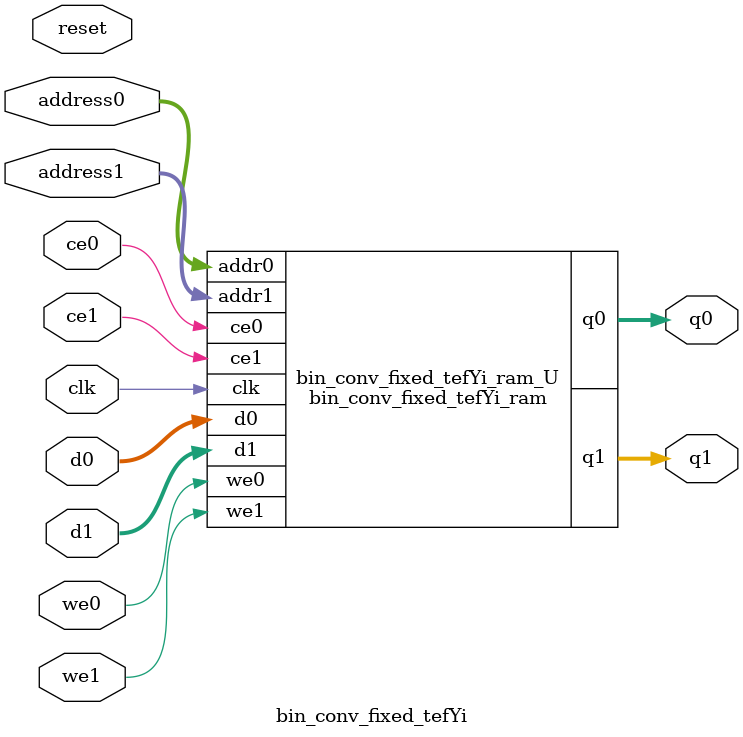
<source format=v>
`timescale 1 ns / 1 ps
module bin_conv_fixed_tefYi_ram (addr0, ce0, d0, we0, q0, addr1, ce1, d1, we1, q1,  clk);

parameter DWIDTH = 12;
parameter AWIDTH = 6;
parameter MEM_SIZE = 64;

input[AWIDTH-1:0] addr0;
input ce0;
input[DWIDTH-1:0] d0;
input we0;
output reg[DWIDTH-1:0] q0;
input[AWIDTH-1:0] addr1;
input ce1;
input[DWIDTH-1:0] d1;
input we1;
output reg[DWIDTH-1:0] q1;
input clk;

(* ram_style = "block" *)reg [DWIDTH-1:0] ram[0:MEM_SIZE-1];




always @(posedge clk)  
begin 
    if (ce0) 
    begin
        if (we0) 
        begin 
            ram[addr0] <= d0; 
        end 
        q0 <= ram[addr0];
    end
end


always @(posedge clk)  
begin 
    if (ce1) 
    begin
        if (we1) 
        begin 
            ram[addr1] <= d1; 
        end 
        q1 <= ram[addr1];
    end
end


endmodule

`timescale 1 ns / 1 ps
module bin_conv_fixed_tefYi(
    reset,
    clk,
    address0,
    ce0,
    we0,
    d0,
    q0,
    address1,
    ce1,
    we1,
    d1,
    q1);

parameter DataWidth = 32'd12;
parameter AddressRange = 32'd64;
parameter AddressWidth = 32'd6;
input reset;
input clk;
input[AddressWidth - 1:0] address0;
input ce0;
input we0;
input[DataWidth - 1:0] d0;
output[DataWidth - 1:0] q0;
input[AddressWidth - 1:0] address1;
input ce1;
input we1;
input[DataWidth - 1:0] d1;
output[DataWidth - 1:0] q1;



bin_conv_fixed_tefYi_ram bin_conv_fixed_tefYi_ram_U(
    .clk( clk ),
    .addr0( address0 ),
    .ce0( ce0 ),
    .we0( we0 ),
    .d0( d0 ),
    .q0( q0 ),
    .addr1( address1 ),
    .ce1( ce1 ),
    .we1( we1 ),
    .d1( d1 ),
    .q1( q1 ));

endmodule


</source>
